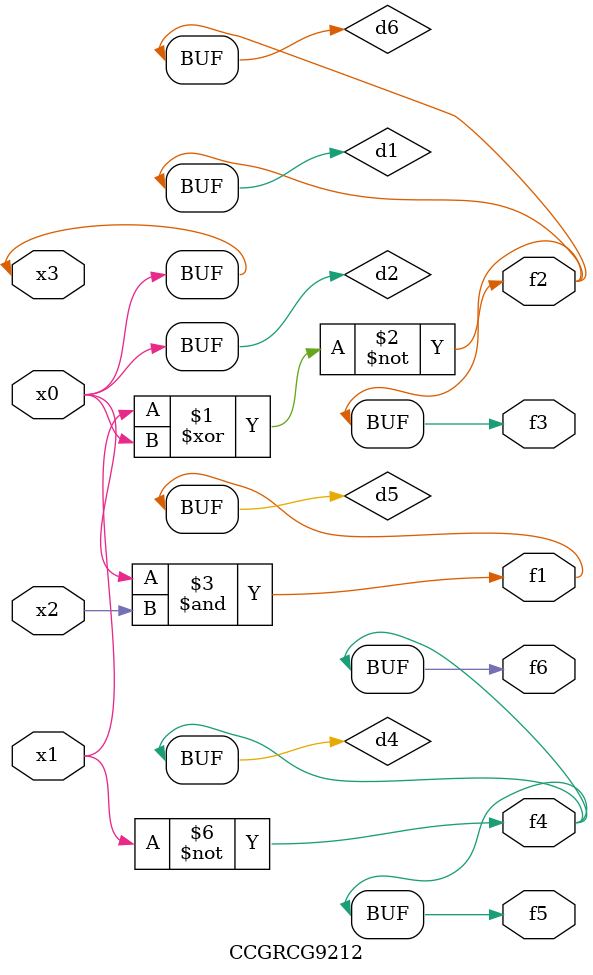
<source format=v>
module CCGRCG9212(
	input x0, x1, x2, x3,
	output f1, f2, f3, f4, f5, f6
);

	wire d1, d2, d3, d4, d5, d6;

	xnor (d1, x1, x3);
	buf (d2, x0, x3);
	nand (d3, x0, x2);
	not (d4, x1);
	nand (d5, d3);
	or (d6, d1);
	assign f1 = d5;
	assign f2 = d6;
	assign f3 = d6;
	assign f4 = d4;
	assign f5 = d4;
	assign f6 = d4;
endmodule

</source>
